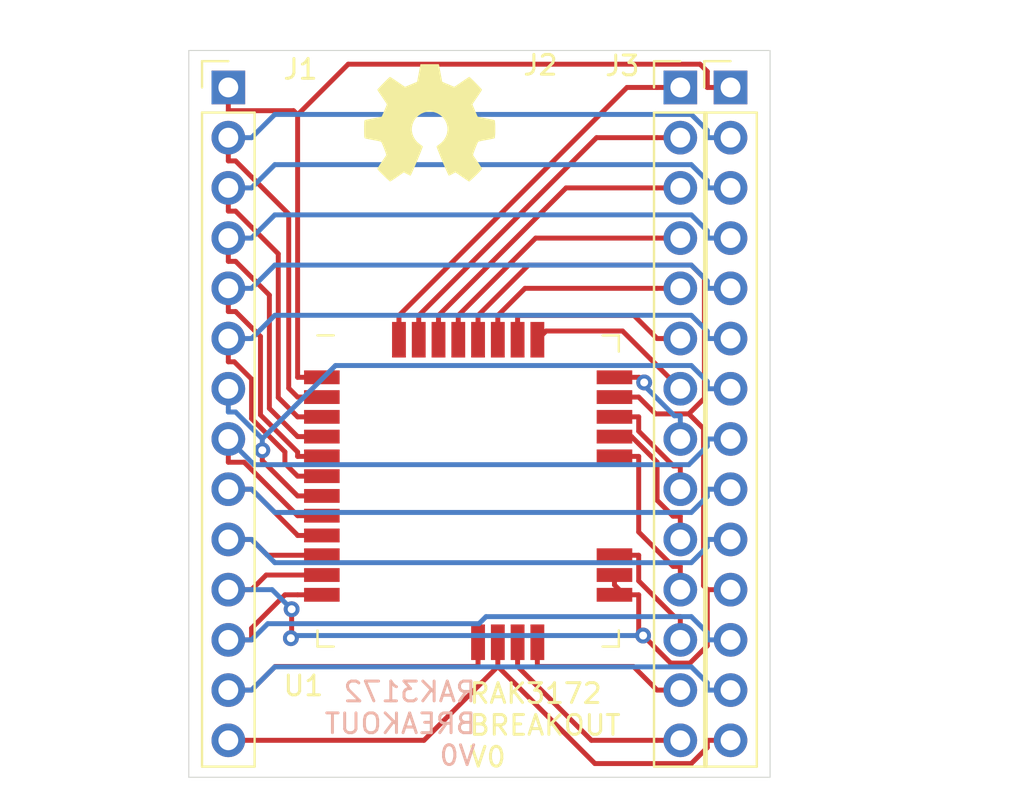
<source format=kicad_pcb>
(kicad_pcb (version 20171130) (host pcbnew 5.1.5+dfsg1-2build2)

  (general
    (thickness 1.6)
    (drawings 6)
    (tracks 244)
    (zones 0)
    (modules 5)
    (nets 29)
  )

  (page A4)
  (title_block
    (title RAK3172_BREAKBOARD)
  )

  (layers
    (0 F.Cu signal)
    (31 B.Cu signal)
    (32 B.Adhes user)
    (33 F.Adhes user)
    (34 B.Paste user)
    (35 F.Paste user)
    (36 B.SilkS user)
    (37 F.SilkS user)
    (38 B.Mask user)
    (39 F.Mask user)
    (40 Dwgs.User user)
    (41 Cmts.User user)
    (42 Eco1.User user)
    (43 Eco2.User user)
    (44 Edge.Cuts user)
    (45 Margin user)
    (46 B.CrtYd user)
    (47 F.CrtYd user)
    (48 B.Fab user)
    (49 F.Fab user)
  )

  (setup
    (last_trace_width 0.25)
    (trace_clearance 0.2)
    (zone_clearance 0.508)
    (zone_45_only no)
    (trace_min 0.2)
    (via_size 0.8)
    (via_drill 0.4)
    (via_min_size 0.4)
    (via_min_drill 0.3)
    (uvia_size 0.3)
    (uvia_drill 0.1)
    (uvias_allowed no)
    (uvia_min_size 0.2)
    (uvia_min_drill 0.1)
    (edge_width 0.05)
    (segment_width 0.2)
    (pcb_text_width 0.3)
    (pcb_text_size 1.5 1.5)
    (mod_edge_width 0.12)
    (mod_text_size 1 1)
    (mod_text_width 0.15)
    (pad_size 1.524 1.524)
    (pad_drill 0.762)
    (pad_to_mask_clearance 0.051)
    (solder_mask_min_width 0.25)
    (aux_axis_origin 0 0)
    (visible_elements FFFFFF7F)
    (pcbplotparams
      (layerselection 0x010f0_ffffffff)
      (usegerberextensions false)
      (usegerberattributes false)
      (usegerberadvancedattributes false)
      (creategerberjobfile false)
      (excludeedgelayer true)
      (linewidth 0.100000)
      (plotframeref false)
      (viasonmask false)
      (mode 1)
      (useauxorigin false)
      (hpglpennumber 1)
      (hpglpenspeed 20)
      (hpglpendiameter 15.000000)
      (psnegative false)
      (psa4output false)
      (plotreference true)
      (plotvalue true)
      (plotinvisibletext false)
      (padsonsilk false)
      (subtractmaskfromsilk false)
      (outputformat 1)
      (mirror false)
      (drillshape 0)
      (scaleselection 1)
      (outputdirectory "gerber/single/"))
  )

  (net 0 "")
  (net 1 /ICPIN02)
  (net 2 /ICPIN01)
  (net 3 /ICPIN22)
  (net 4 /ICPIN21)
  (net 5 /ICPIN20)
  (net 6 /ICPIN19)
  (net 7 /ICPIN16)
  (net 8 /ICPIN15)
  (net 9 /ICPIN13)
  (net 10 /ICPIN12)
  (net 11 /ICPIN11)
  (net 12 /ICPIN10)
  (net 13 /ICPIN09)
  (net 14 /ICPIN08)
  (net 15 /ICPIN07)
  (net 16 /ICPIN06)
  (net 17 /ICPIN05)
  (net 18 /ICPIN04)
  (net 19 /ICPIN03)
  (net 20 /ICPIN24)
  (net 21 /ICPIN25)
  (net 22 /ICPIN26)
  (net 23 /ICPIN27)
  (net 24 /ICPIN29)
  (net 25 /ICPIN30)
  (net 26 /ICPIN31)
  (net 27 /ICPIN32)
  (net 28 /ICPIN14)

  (net_class Default "This is the default net class."
    (clearance 0.2)
    (trace_width 0.25)
    (via_dia 0.8)
    (via_drill 0.4)
    (uvia_dia 0.3)
    (uvia_drill 0.1)
    (add_net /ICPIN01)
    (add_net /ICPIN02)
    (add_net /ICPIN03)
    (add_net /ICPIN04)
    (add_net /ICPIN05)
    (add_net /ICPIN06)
    (add_net /ICPIN07)
    (add_net /ICPIN08)
    (add_net /ICPIN09)
    (add_net /ICPIN10)
    (add_net /ICPIN11)
    (add_net /ICPIN12)
    (add_net /ICPIN13)
    (add_net /ICPIN14)
    (add_net /ICPIN15)
    (add_net /ICPIN16)
    (add_net /ICPIN19)
    (add_net /ICPIN20)
    (add_net /ICPIN21)
    (add_net /ICPIN22)
    (add_net /ICPIN24)
    (add_net /ICPIN25)
    (add_net /ICPIN26)
    (add_net /ICPIN27)
    (add_net /ICPIN29)
    (add_net /ICPIN30)
    (add_net /ICPIN31)
    (add_net /ICPIN32)
  )

  (module RAKWIRELESS:RAK3172 (layer F.Cu) (tedit 621EFB45) (tstamp 621FB1C2)
    (at 64.13 72.28)
    (descr "RAK3712 LPWAN Module https://site-file.fomillesite.com/1260815565112336386/1427562149389201410.pdf")
    (tags "LoRa LoRaWAN RAK3712")
    (path /621FD6BE)
    (attr smd)
    (fp_text reference U1 (at -8.33128 9.85344) (layer F.SilkS)
      (effects (font (size 1 1) (thickness 0.15)))
    )
    (fp_text value RAK3172 (at 0 10.16) (layer F.Fab)
      (effects (font (size 1 1) (thickness 0.15)))
    )
    (fp_line (start 8.55 8.8) (end -8.55 8.8) (layer F.CrtYd) (width 0.05))
    (fp_line (start 8.55 -8.8) (end -8.55 -8.8) (layer F.CrtYd) (width 0.05))
    (fp_line (start -8.55 -8.8) (end -8.55 8.8) (layer F.CrtYd) (width 0.05))
    (fp_line (start 8.55 -8.8) (end 8.55 8.8) (layer F.CrtYd) (width 0.05))
    (fp_line (start -7.62 -7.87) (end -6.8 -7.87) (layer F.SilkS) (width 0.12))
    (fp_line (start 7.62 -7.05) (end 7.62 -7.87) (layer F.SilkS) (width 0.12))
    (fp_line (start 7.62 -7.87) (end 6.8 -7.87) (layer F.SilkS) (width 0.12))
    (fp_line (start -7.62 7.05) (end -7.62 7.87) (layer F.SilkS) (width 0.12))
    (fp_line (start -6.8 7.87) (end -7.62 7.87) (layer F.SilkS) (width 0.12))
    (fp_line (start 7.62 7.05) (end 7.62 7.87) (layer F.SilkS) (width 0.12))
    (fp_line (start 6.8 7.87) (end 7.62 7.87) (layer F.SilkS) (width 0.12))
    (fp_line (start -6.8 -7.75) (end 7.5 -7.75) (layer F.Fab) (width 0.1))
    (fp_line (start -7.5 7.75) (end 7.5 7.75) (layer F.Fab) (width 0.1))
    (fp_line (start 7.5 -7.75) (end 7.5 7.75) (layer F.Fab) (width 0.1))
    (fp_line (start -7.5 -7.05) (end -7.5 7.75) (layer F.Fab) (width 0.1))
    (fp_line (start -7.5 -7.05) (end -6.8 -7.75) (layer F.Fab) (width 0.1))
    (fp_text user %R (at 0 0) (layer F.Fab)
      (effects (font (size 1 1) (thickness 0.15)))
    )
    (pad 25 smd rect (at 3.5 -7.65 270) (size 1.8 0.7) (layers F.Cu F.Paste F.Mask)
      (net 21 /ICPIN25))
    (pad 26 smd rect (at 2.5 -7.65 270) (size 1.8 0.7) (layers F.Cu F.Paste F.Mask)
      (net 22 /ICPIN26))
    (pad 27 smd rect (at 1.5 -7.65 270) (size 1.8 0.7) (layers F.Cu F.Paste F.Mask)
      (net 23 /ICPIN27))
    (pad 28 smd rect (at 0.5 -7.65 270) (size 1.8 0.7) (layers F.Cu F.Paste F.Mask)
      (net 11 /ICPIN11))
    (pad 29 smd rect (at -0.5 -7.65 270) (size 1.8 0.7) (layers F.Cu F.Paste F.Mask)
      (net 24 /ICPIN29))
    (pad 30 smd rect (at -1.5 -7.65 270) (size 1.8 0.7) (layers F.Cu F.Paste F.Mask)
      (net 25 /ICPIN30))
    (pad 31 smd rect (at -2.5 -7.65 270) (size 1.8 0.7) (layers F.Cu F.Paste F.Mask)
      (net 26 /ICPIN31))
    (pad 32 smd rect (at -3.5 -7.65 270) (size 1.8 0.7) (layers F.Cu F.Paste F.Mask)
      (net 27 /ICPIN32))
    (pad 24 smd rect (at 7.4 -5.75) (size 1.8 0.7) (layers F.Cu F.Paste F.Mask)
      (net 20 /ICPIN24))
    (pad 23 smd rect (at 7.4 -4.75) (size 1.8 0.7) (layers F.Cu F.Paste F.Mask)
      (net 11 /ICPIN11))
    (pad 22 smd rect (at 7.4 -3.75) (size 1.8 0.7) (layers F.Cu F.Paste F.Mask)
      (net 3 /ICPIN22))
    (pad 21 smd rect (at 7.4 -2.75) (size 1.8 0.7) (layers F.Cu F.Paste F.Mask)
      (net 4 /ICPIN21))
    (pad 20 smd rect (at 7.4 -1.75) (size 1.8 0.7) (layers F.Cu F.Paste F.Mask)
      (net 5 /ICPIN20))
    (pad 19 smd rect (at 7.4 3.25) (size 1.8 0.7) (layers F.Cu F.Paste F.Mask)
      (net 6 /ICPIN19))
    (pad 18 smd rect (at 7.4 4.25) (size 1.8 0.7) (layers F.Cu F.Paste F.Mask)
      (net 11 /ICPIN11))
    (pad 17 smd rect (at 7.4 5.25) (size 1.8 0.7) (layers F.Cu F.Paste F.Mask)
      (net 11 /ICPIN11))
    (pad 12 smd rect (at -7.4 5.25) (size 1.8 0.7) (layers F.Cu F.Paste F.Mask)
      (net 10 /ICPIN12))
    (pad 11 smd rect (at -7.4 4.25) (size 1.8 0.7) (layers F.Cu F.Paste F.Mask)
      (net 11 /ICPIN11))
    (pad 10 smd rect (at -7.4 3.25) (size 1.8 0.7) (layers F.Cu F.Paste F.Mask)
      (net 12 /ICPIN10))
    (pad 9 smd rect (at -7.4 2.25) (size 1.8 0.7) (layers F.Cu F.Paste F.Mask)
      (net 13 /ICPIN09))
    (pad 3 smd rect (at -7.4 -3.75) (size 1.8 0.7) (layers F.Cu F.Paste F.Mask)
      (net 19 /ICPIN03))
    (pad 4 smd rect (at -7.4 -2.75) (size 1.8 0.7) (layers F.Cu F.Paste F.Mask)
      (net 18 /ICPIN04))
    (pad 5 smd rect (at -7.4 -1.75) (size 1.8 0.7) (layers F.Cu F.Paste F.Mask)
      (net 17 /ICPIN05))
    (pad 6 smd rect (at -7.4 -0.75) (size 1.8 0.7) (layers F.Cu F.Paste F.Mask)
      (net 16 /ICPIN06))
    (pad 16 smd rect (at 3.5 7.65 90) (size 1.8 0.7) (layers F.Cu F.Paste F.Mask)
      (net 7 /ICPIN16))
    (pad 2 smd rect (at -7.4 -4.75) (size 1.8 0.7) (layers F.Cu F.Paste F.Mask)
      (net 1 /ICPIN02))
    (pad 1 smd rect (at -7.4 -5.75) (size 1.8 0.7) (layers F.Cu F.Paste F.Mask)
      (net 2 /ICPIN01))
    (pad 15 smd rect (at 2.5 7.65 90) (size 1.8 0.7) (layers F.Cu F.Paste F.Mask)
      (net 8 /ICPIN15))
    (pad 14 smd rect (at 1.5 7.65 90) (size 1.8 0.7) (layers F.Cu F.Paste F.Mask)
      (net 28 /ICPIN14))
    (pad 13 smd rect (at 0.5 7.65 270) (size 1.8 0.7) (layers F.Cu F.Paste F.Mask)
      (net 9 /ICPIN13))
    (pad 8 smd rect (at -7.4 1.25) (size 1.8 0.7) (layers F.Cu F.Paste F.Mask)
      (net 14 /ICPIN08))
    (pad 7 smd rect (at -7.4 0.25) (size 1.8 0.7) (layers F.Cu F.Paste F.Mask)
      (net 15 /ICPIN07))
    (model ${KISYS3DMOD}/RF_Module.3dshapes/RAK3712.wrl
      (at (xyz 0 0 0))
      (scale (xyz 1 1 1))
      (rotate (xyz 0 0 0))
    )
  )

  (module Connector_PinHeader_2.54mm:PinHeader_1x14_P2.54mm_Vertical (layer F.Cu) (tedit 59FED5CC) (tstamp 621F5E7E)
    (at 77.4 51.87)
    (descr "Through hole straight pin header, 1x14, 2.54mm pitch, single row")
    (tags "Through hole pin header THT 1x14 2.54mm single row")
    (path /621F6CCC)
    (fp_text reference J3 (at -5.47228 -1.0954) (layer F.SilkS)
      (effects (font (size 1 1) (thickness 0.15)))
    )
    (fp_text value Conn_01x14_Male (at 0 35.35) (layer F.Fab)
      (effects (font (size 1 1) (thickness 0.15)))
    )
    (fp_text user %R (at 0 16.51 90) (layer F.Fab)
      (effects (font (size 1 1) (thickness 0.15)))
    )
    (fp_line (start 1.8 -1.8) (end -1.8 -1.8) (layer F.CrtYd) (width 0.05))
    (fp_line (start 1.8 34.8) (end 1.8 -1.8) (layer F.CrtYd) (width 0.05))
    (fp_line (start -1.8 34.8) (end 1.8 34.8) (layer F.CrtYd) (width 0.05))
    (fp_line (start -1.8 -1.8) (end -1.8 34.8) (layer F.CrtYd) (width 0.05))
    (fp_line (start -1.33 -1.33) (end 0 -1.33) (layer F.SilkS) (width 0.12))
    (fp_line (start -1.33 0) (end -1.33 -1.33) (layer F.SilkS) (width 0.12))
    (fp_line (start -1.33 1.27) (end 1.33 1.27) (layer F.SilkS) (width 0.12))
    (fp_line (start 1.33 1.27) (end 1.33 34.35) (layer F.SilkS) (width 0.12))
    (fp_line (start -1.33 1.27) (end -1.33 34.35) (layer F.SilkS) (width 0.12))
    (fp_line (start -1.33 34.35) (end 1.33 34.35) (layer F.SilkS) (width 0.12))
    (fp_line (start -1.27 -0.635) (end -0.635 -1.27) (layer F.Fab) (width 0.1))
    (fp_line (start -1.27 34.29) (end -1.27 -0.635) (layer F.Fab) (width 0.1))
    (fp_line (start 1.27 34.29) (end -1.27 34.29) (layer F.Fab) (width 0.1))
    (fp_line (start 1.27 -1.27) (end 1.27 34.29) (layer F.Fab) (width 0.1))
    (fp_line (start -0.635 -1.27) (end 1.27 -1.27) (layer F.Fab) (width 0.1))
    (pad 14 thru_hole oval (at 0 33.02) (size 1.7 1.7) (drill 1) (layers *.Cu *.Mask)
      (net 28 /ICPIN14))
    (pad 13 thru_hole oval (at 0 30.48) (size 1.7 1.7) (drill 1) (layers *.Cu *.Mask)
      (net 9 /ICPIN13))
    (pad 12 thru_hole oval (at 0 27.94) (size 1.7 1.7) (drill 1) (layers *.Cu *.Mask)
      (net 10 /ICPIN12))
    (pad 11 thru_hole oval (at 0 25.4) (size 1.7 1.7) (drill 1) (layers *.Cu *.Mask)
      (net 11 /ICPIN11))
    (pad 10 thru_hole oval (at 0 22.86) (size 1.7 1.7) (drill 1) (layers *.Cu *.Mask)
      (net 12 /ICPIN10))
    (pad 9 thru_hole oval (at 0 20.32) (size 1.7 1.7) (drill 1) (layers *.Cu *.Mask)
      (net 13 /ICPIN09))
    (pad 8 thru_hole oval (at 0 17.78) (size 1.7 1.7) (drill 1) (layers *.Cu *.Mask)
      (net 14 /ICPIN08))
    (pad 7 thru_hole oval (at 0 15.24) (size 1.7 1.7) (drill 1) (layers *.Cu *.Mask)
      (net 15 /ICPIN07))
    (pad 6 thru_hole oval (at 0 12.7) (size 1.7 1.7) (drill 1) (layers *.Cu *.Mask)
      (net 16 /ICPIN06))
    (pad 5 thru_hole oval (at 0 10.16) (size 1.7 1.7) (drill 1) (layers *.Cu *.Mask)
      (net 17 /ICPIN05))
    (pad 4 thru_hole oval (at 0 7.62) (size 1.7 1.7) (drill 1) (layers *.Cu *.Mask)
      (net 18 /ICPIN04))
    (pad 3 thru_hole oval (at 0 5.08) (size 1.7 1.7) (drill 1) (layers *.Cu *.Mask)
      (net 19 /ICPIN03))
    (pad 2 thru_hole oval (at 0 2.54) (size 1.7 1.7) (drill 1) (layers *.Cu *.Mask)
      (net 1 /ICPIN02))
    (pad 1 thru_hole rect (at 0 0) (size 1.7 1.7) (drill 1) (layers *.Cu *.Mask)
      (net 2 /ICPIN01))
    (model ${KISYS3DMOD}/Connector_PinHeader_2.54mm.3dshapes/PinHeader_1x14_P2.54mm_Vertical.wrl
      (at (xyz 0 0 0))
      (scale (xyz 1 1 1))
      (rotate (xyz 0 0 0))
    )
  )

  (module Connector_PinHeader_2.54mm:PinHeader_1x14_P2.54mm_Vertical (layer F.Cu) (tedit 59FED5CC) (tstamp 621F5440)
    (at 74.86 51.87)
    (descr "Through hole straight pin header, 1x14, 2.54mm pitch, single row")
    (tags "Through hole pin header THT 1x14 2.54mm single row")
    (path /621FB759)
    (fp_text reference J2 (at -7.07248 -1.12588) (layer F.SilkS)
      (effects (font (size 1 1) (thickness 0.15)))
    )
    (fp_text value Conn_01x14_Male (at 0 35.35) (layer F.Fab)
      (effects (font (size 1 1) (thickness 0.15)))
    )
    (fp_text user %R (at 0 16.51 90) (layer F.Fab)
      (effects (font (size 1 1) (thickness 0.15)))
    )
    (fp_line (start 1.8 -1.8) (end -1.8 -1.8) (layer F.CrtYd) (width 0.05))
    (fp_line (start 1.8 34.8) (end 1.8 -1.8) (layer F.CrtYd) (width 0.05))
    (fp_line (start -1.8 34.8) (end 1.8 34.8) (layer F.CrtYd) (width 0.05))
    (fp_line (start -1.8 -1.8) (end -1.8 34.8) (layer F.CrtYd) (width 0.05))
    (fp_line (start -1.33 -1.33) (end 0 -1.33) (layer F.SilkS) (width 0.12))
    (fp_line (start -1.33 0) (end -1.33 -1.33) (layer F.SilkS) (width 0.12))
    (fp_line (start -1.33 1.27) (end 1.33 1.27) (layer F.SilkS) (width 0.12))
    (fp_line (start 1.33 1.27) (end 1.33 34.35) (layer F.SilkS) (width 0.12))
    (fp_line (start -1.33 1.27) (end -1.33 34.35) (layer F.SilkS) (width 0.12))
    (fp_line (start -1.33 34.35) (end 1.33 34.35) (layer F.SilkS) (width 0.12))
    (fp_line (start -1.27 -0.635) (end -0.635 -1.27) (layer F.Fab) (width 0.1))
    (fp_line (start -1.27 34.29) (end -1.27 -0.635) (layer F.Fab) (width 0.1))
    (fp_line (start 1.27 34.29) (end -1.27 34.29) (layer F.Fab) (width 0.1))
    (fp_line (start 1.27 -1.27) (end 1.27 34.29) (layer F.Fab) (width 0.1))
    (fp_line (start -0.635 -1.27) (end 1.27 -1.27) (layer F.Fab) (width 0.1))
    (pad 14 thru_hole oval (at 0 33.02) (size 1.7 1.7) (drill 1) (layers *.Cu *.Mask)
      (net 8 /ICPIN15))
    (pad 13 thru_hole oval (at 0 30.48) (size 1.7 1.7) (drill 1) (layers *.Cu *.Mask)
      (net 7 /ICPIN16))
    (pad 12 thru_hole oval (at 0 27.94) (size 1.7 1.7) (drill 1) (layers *.Cu *.Mask)
      (net 6 /ICPIN19))
    (pad 11 thru_hole oval (at 0 25.4) (size 1.7 1.7) (drill 1) (layers *.Cu *.Mask)
      (net 5 /ICPIN20))
    (pad 10 thru_hole oval (at 0 22.86) (size 1.7 1.7) (drill 1) (layers *.Cu *.Mask)
      (net 4 /ICPIN21))
    (pad 9 thru_hole oval (at 0 20.32) (size 1.7 1.7) (drill 1) (layers *.Cu *.Mask)
      (net 3 /ICPIN22))
    (pad 8 thru_hole oval (at 0 17.78) (size 1.7 1.7) (drill 1) (layers *.Cu *.Mask)
      (net 20 /ICPIN24))
    (pad 7 thru_hole oval (at 0 15.24) (size 1.7 1.7) (drill 1) (layers *.Cu *.Mask)
      (net 21 /ICPIN25))
    (pad 6 thru_hole oval (at 0 12.7) (size 1.7 1.7) (drill 1) (layers *.Cu *.Mask)
      (net 22 /ICPIN26))
    (pad 5 thru_hole oval (at 0 10.16) (size 1.7 1.7) (drill 1) (layers *.Cu *.Mask)
      (net 23 /ICPIN27))
    (pad 4 thru_hole oval (at 0 7.62) (size 1.7 1.7) (drill 1) (layers *.Cu *.Mask)
      (net 24 /ICPIN29))
    (pad 3 thru_hole oval (at 0 5.08) (size 1.7 1.7) (drill 1) (layers *.Cu *.Mask)
      (net 25 /ICPIN30))
    (pad 2 thru_hole oval (at 0 2.54) (size 1.7 1.7) (drill 1) (layers *.Cu *.Mask)
      (net 26 /ICPIN31))
    (pad 1 thru_hole rect (at 0 0) (size 1.7 1.7) (drill 1) (layers *.Cu *.Mask)
      (net 27 /ICPIN32))
    (model ${KISYS3DMOD}/Connector_PinHeader_2.54mm.3dshapes/PinHeader_1x14_P2.54mm_Vertical.wrl
      (at (xyz 0 0 0))
      (scale (xyz 1 1 1))
      (rotate (xyz 0 0 0))
    )
  )

  (module Connector_PinHeader_2.54mm:PinHeader_1x14_P2.54mm_Vertical (layer F.Cu) (tedit 59FED5CC) (tstamp 621F541E)
    (at 52 51.87)
    (descr "Through hole straight pin header, 1x14, 2.54mm pitch, single row")
    (tags "Through hole pin header THT 1x14 2.54mm single row")
    (path /621F2722)
    (fp_text reference J1 (at 3.6514 -0.9176) (layer F.SilkS)
      (effects (font (size 1 1) (thickness 0.15)))
    )
    (fp_text value Conn_01x14_Male (at 0 35.35) (layer F.Fab)
      (effects (font (size 1 1) (thickness 0.15)))
    )
    (fp_text user %R (at 0 16.51 90) (layer F.Fab)
      (effects (font (size 1 1) (thickness 0.15)))
    )
    (fp_line (start 1.8 -1.8) (end -1.8 -1.8) (layer F.CrtYd) (width 0.05))
    (fp_line (start 1.8 34.8) (end 1.8 -1.8) (layer F.CrtYd) (width 0.05))
    (fp_line (start -1.8 34.8) (end 1.8 34.8) (layer F.CrtYd) (width 0.05))
    (fp_line (start -1.8 -1.8) (end -1.8 34.8) (layer F.CrtYd) (width 0.05))
    (fp_line (start -1.33 -1.33) (end 0 -1.33) (layer F.SilkS) (width 0.12))
    (fp_line (start -1.33 0) (end -1.33 -1.33) (layer F.SilkS) (width 0.12))
    (fp_line (start -1.33 1.27) (end 1.33 1.27) (layer F.SilkS) (width 0.12))
    (fp_line (start 1.33 1.27) (end 1.33 34.35) (layer F.SilkS) (width 0.12))
    (fp_line (start -1.33 1.27) (end -1.33 34.35) (layer F.SilkS) (width 0.12))
    (fp_line (start -1.33 34.35) (end 1.33 34.35) (layer F.SilkS) (width 0.12))
    (fp_line (start -1.27 -0.635) (end -0.635 -1.27) (layer F.Fab) (width 0.1))
    (fp_line (start -1.27 34.29) (end -1.27 -0.635) (layer F.Fab) (width 0.1))
    (fp_line (start 1.27 34.29) (end -1.27 34.29) (layer F.Fab) (width 0.1))
    (fp_line (start 1.27 -1.27) (end 1.27 34.29) (layer F.Fab) (width 0.1))
    (fp_line (start -0.635 -1.27) (end 1.27 -1.27) (layer F.Fab) (width 0.1))
    (pad 14 thru_hole oval (at 0 33.02) (size 1.7 1.7) (drill 1) (layers *.Cu *.Mask)
      (net 28 /ICPIN14))
    (pad 13 thru_hole oval (at 0 30.48) (size 1.7 1.7) (drill 1) (layers *.Cu *.Mask)
      (net 9 /ICPIN13))
    (pad 12 thru_hole oval (at 0 27.94) (size 1.7 1.7) (drill 1) (layers *.Cu *.Mask)
      (net 10 /ICPIN12))
    (pad 11 thru_hole oval (at 0 25.4) (size 1.7 1.7) (drill 1) (layers *.Cu *.Mask)
      (net 11 /ICPIN11))
    (pad 10 thru_hole oval (at 0 22.86) (size 1.7 1.7) (drill 1) (layers *.Cu *.Mask)
      (net 12 /ICPIN10))
    (pad 9 thru_hole oval (at 0 20.32) (size 1.7 1.7) (drill 1) (layers *.Cu *.Mask)
      (net 13 /ICPIN09))
    (pad 8 thru_hole oval (at 0 17.78) (size 1.7 1.7) (drill 1) (layers *.Cu *.Mask)
      (net 14 /ICPIN08))
    (pad 7 thru_hole oval (at 0 15.24) (size 1.7 1.7) (drill 1) (layers *.Cu *.Mask)
      (net 15 /ICPIN07))
    (pad 6 thru_hole oval (at 0 12.7) (size 1.7 1.7) (drill 1) (layers *.Cu *.Mask)
      (net 16 /ICPIN06))
    (pad 5 thru_hole oval (at 0 10.16) (size 1.7 1.7) (drill 1) (layers *.Cu *.Mask)
      (net 17 /ICPIN05))
    (pad 4 thru_hole oval (at 0 7.62) (size 1.7 1.7) (drill 1) (layers *.Cu *.Mask)
      (net 18 /ICPIN04))
    (pad 3 thru_hole oval (at 0 5.08) (size 1.7 1.7) (drill 1) (layers *.Cu *.Mask)
      (net 19 /ICPIN03))
    (pad 2 thru_hole oval (at 0 2.54) (size 1.7 1.7) (drill 1) (layers *.Cu *.Mask)
      (net 1 /ICPIN02))
    (pad 1 thru_hole rect (at 0 0) (size 1.7 1.7) (drill 1) (layers *.Cu *.Mask)
      (net 2 /ICPIN01))
    (model ${KISYS3DMOD}/Connector_PinHeader_2.54mm.3dshapes/PinHeader_1x14_P2.54mm_Vertical.wrl
      (at (xyz 0 0 0))
      (scale (xyz 1 1 1))
      (rotate (xyz 0 0 0))
    )
  )

  (module Symbol:OSHW-Symbol_6.7x6mm_SilkScreen (layer F.Cu) (tedit 0) (tstamp 61FB43E1)
    (at 62.17412 53.67528)
    (descr "Open Source Hardware Symbol")
    (tags "Logo Symbol OSHW")
    (attr virtual)
    (fp_text reference REF** (at 0 0) (layer F.SilkS) hide
      (effects (font (size 1 1) (thickness 0.15)))
    )
    (fp_text value OSHW-Symbol_6.7x6mm_SilkScreen (at 0.75 0) (layer F.Fab) hide
      (effects (font (size 1 1) (thickness 0.15)))
    )
    (fp_poly (pts (xy 0.555814 -2.531069) (xy 0.639635 -2.086445) (xy 0.94892 -1.958947) (xy 1.258206 -1.831449)
      (xy 1.629246 -2.083754) (xy 1.733157 -2.154004) (xy 1.827087 -2.216728) (xy 1.906652 -2.269062)
      (xy 1.96747 -2.308143) (xy 2.005157 -2.331107) (xy 2.015421 -2.336058) (xy 2.03391 -2.323324)
      (xy 2.07342 -2.288118) (xy 2.129522 -2.234938) (xy 2.197787 -2.168282) (xy 2.273786 -2.092646)
      (xy 2.353092 -2.012528) (xy 2.431275 -1.932426) (xy 2.503907 -1.856836) (xy 2.566559 -1.790255)
      (xy 2.614803 -1.737182) (xy 2.64421 -1.702113) (xy 2.651241 -1.690377) (xy 2.641123 -1.66874)
      (xy 2.612759 -1.621338) (xy 2.569129 -1.552807) (xy 2.513218 -1.467785) (xy 2.448006 -1.370907)
      (xy 2.410219 -1.31565) (xy 2.341343 -1.214752) (xy 2.28014 -1.123701) (xy 2.229578 -1.04703)
      (xy 2.192628 -0.989272) (xy 2.172258 -0.954957) (xy 2.169197 -0.947746) (xy 2.176136 -0.927252)
      (xy 2.195051 -0.879487) (xy 2.223087 -0.811168) (xy 2.257391 -0.729011) (xy 2.295109 -0.63973)
      (xy 2.333387 -0.550042) (xy 2.36937 -0.466662) (xy 2.400206 -0.396306) (xy 2.423039 -0.34569)
      (xy 2.435017 -0.321529) (xy 2.435724 -0.320578) (xy 2.454531 -0.315964) (xy 2.504618 -0.305672)
      (xy 2.580793 -0.290713) (xy 2.677865 -0.272099) (xy 2.790643 -0.250841) (xy 2.856442 -0.238582)
      (xy 2.97695 -0.215638) (xy 3.085797 -0.193805) (xy 3.177476 -0.174278) (xy 3.246481 -0.158252)
      (xy 3.287304 -0.146921) (xy 3.295511 -0.143326) (xy 3.303548 -0.118994) (xy 3.310033 -0.064041)
      (xy 3.31497 0.015108) (xy 3.318364 0.112026) (xy 3.320218 0.220287) (xy 3.320538 0.333465)
      (xy 3.319327 0.445135) (xy 3.31659 0.548868) (xy 3.312331 0.638241) (xy 3.306555 0.706826)
      (xy 3.299267 0.748197) (xy 3.294895 0.75681) (xy 3.268764 0.767133) (xy 3.213393 0.781892)
      (xy 3.136107 0.799352) (xy 3.04423 0.81778) (xy 3.012158 0.823741) (xy 2.857524 0.852066)
      (xy 2.735375 0.874876) (xy 2.641673 0.89308) (xy 2.572384 0.907583) (xy 2.523471 0.919292)
      (xy 2.490897 0.929115) (xy 2.470628 0.937956) (xy 2.458626 0.946724) (xy 2.456947 0.948457)
      (xy 2.440184 0.976371) (xy 2.414614 1.030695) (xy 2.382788 1.104777) (xy 2.34726 1.191965)
      (xy 2.310583 1.285608) (xy 2.275311 1.379052) (xy 2.243996 1.465647) (xy 2.219193 1.53874)
      (xy 2.203454 1.591678) (xy 2.199332 1.617811) (xy 2.199676 1.618726) (xy 2.213641 1.640086)
      (xy 2.245322 1.687084) (xy 2.291391 1.754827) (xy 2.348518 1.838423) (xy 2.413373 1.932982)
      (xy 2.431843 1.959854) (xy 2.497699 2.057275) (xy 2.55565 2.146163) (xy 2.602538 2.221412)
      (xy 2.635207 2.27792) (xy 2.6505 2.310581) (xy 2.651241 2.314593) (xy 2.638392 2.335684)
      (xy 2.602888 2.377464) (xy 2.549293 2.435445) (xy 2.482171 2.505135) (xy 2.406087 2.582045)
      (xy 2.325604 2.661683) (xy 2.245287 2.739561) (xy 2.169699 2.811186) (xy 2.103405 2.87207)
      (xy 2.050969 2.917721) (xy 2.016955 2.94365) (xy 2.007545 2.947883) (xy 1.985643 2.937912)
      (xy 1.9408 2.91102) (xy 1.880321 2.871736) (xy 1.833789 2.840117) (xy 1.749475 2.782098)
      (xy 1.649626 2.713784) (xy 1.549473 2.645579) (xy 1.495627 2.609075) (xy 1.313371 2.4858)
      (xy 1.160381 2.56852) (xy 1.090682 2.604759) (xy 1.031414 2.632926) (xy 0.991311 2.648991)
      (xy 0.981103 2.651226) (xy 0.968829 2.634722) (xy 0.944613 2.588082) (xy 0.910263 2.515609)
      (xy 0.867588 2.421606) (xy 0.818394 2.310374) (xy 0.76449 2.186215) (xy 0.707684 2.053432)
      (xy 0.649782 1.916327) (xy 0.592593 1.779202) (xy 0.537924 1.646358) (xy 0.487584 1.522098)
      (xy 0.44338 1.410725) (xy 0.407119 1.316539) (xy 0.380609 1.243844) (xy 0.365658 1.196941)
      (xy 0.363254 1.180833) (xy 0.382311 1.160286) (xy 0.424036 1.126933) (xy 0.479706 1.087702)
      (xy 0.484378 1.084599) (xy 0.628264 0.969423) (xy 0.744283 0.835053) (xy 0.83143 0.685784)
      (xy 0.888699 0.525913) (xy 0.915086 0.359737) (xy 0.909585 0.191552) (xy 0.87119 0.025655)
      (xy 0.798895 -0.133658) (xy 0.777626 -0.168513) (xy 0.666996 -0.309263) (xy 0.536302 -0.422286)
      (xy 0.390064 -0.506997) (xy 0.232808 -0.562806) (xy 0.069057 -0.589126) (xy -0.096667 -0.58537)
      (xy -0.259838 -0.55095) (xy -0.415935 -0.485277) (xy -0.560433 -0.387765) (xy -0.605131 -0.348187)
      (xy -0.718888 -0.224297) (xy -0.801782 -0.093876) (xy -0.858644 0.052315) (xy -0.890313 0.197088)
      (xy -0.898131 0.35986) (xy -0.872062 0.52344) (xy -0.814755 0.682298) (xy -0.728856 0.830906)
      (xy -0.617014 0.963735) (xy -0.481877 1.075256) (xy -0.464117 1.087011) (xy -0.40785 1.125508)
      (xy -0.365077 1.158863) (xy -0.344628 1.18016) (xy -0.344331 1.180833) (xy -0.348721 1.203871)
      (xy -0.366124 1.256157) (xy -0.394732 1.33339) (xy -0.432735 1.431268) (xy -0.478326 1.545491)
      (xy -0.529697 1.671758) (xy -0.585038 1.805767) (xy -0.642542 1.943218) (xy -0.700399 2.079808)
      (xy -0.756802 2.211237) (xy -0.809942 2.333205) (xy -0.85801 2.441409) (xy -0.899199 2.531549)
      (xy -0.931699 2.599323) (xy -0.953703 2.64043) (xy -0.962564 2.651226) (xy -0.98964 2.642819)
      (xy -1.040303 2.620272) (xy -1.105817 2.587613) (xy -1.141841 2.56852) (xy -1.294832 2.4858)
      (xy -1.477088 2.609075) (xy -1.570125 2.672228) (xy -1.671985 2.741727) (xy -1.767438 2.807165)
      (xy -1.81525 2.840117) (xy -1.882495 2.885273) (xy -1.939436 2.921057) (xy -1.978646 2.942938)
      (xy -1.991381 2.947563) (xy -2.009917 2.935085) (xy -2.050941 2.900252) (xy -2.110475 2.846678)
      (xy -2.184542 2.777983) (xy -2.269165 2.697781) (xy -2.322685 2.646286) (xy -2.416319 2.554286)
      (xy -2.497241 2.471999) (xy -2.562177 2.402945) (xy -2.607858 2.350644) (xy -2.631011 2.318616)
      (xy -2.633232 2.312116) (xy -2.622924 2.287394) (xy -2.594439 2.237405) (xy -2.550937 2.167212)
      (xy -2.495577 2.081875) (xy -2.43152 1.986456) (xy -2.413303 1.959854) (xy -2.346927 1.863167)
      (xy -2.287378 1.776117) (xy -2.237984 1.703595) (xy -2.202075 1.650493) (xy -2.182981 1.621703)
      (xy -2.181136 1.618726) (xy -2.183895 1.595782) (xy -2.198538 1.545336) (xy -2.222513 1.474041)
      (xy -2.253266 1.388547) (xy -2.288244 1.295507) (xy -2.324893 1.201574) (xy -2.360661 1.113399)
      (xy -2.392994 1.037634) (xy -2.419338 0.980931) (xy -2.437142 0.949943) (xy -2.438407 0.948457)
      (xy -2.449294 0.939601) (xy -2.467682 0.930843) (xy -2.497606 0.921277) (xy -2.543103 0.909996)
      (xy -2.608209 0.896093) (xy -2.696961 0.878663) (xy -2.813393 0.856798) (xy -2.961542 0.829591)
      (xy -2.993618 0.823741) (xy -3.088686 0.805374) (xy -3.171565 0.787405) (xy -3.23493 0.771569)
      (xy -3.271458 0.7596) (xy -3.276356 0.75681) (xy -3.284427 0.732072) (xy -3.290987 0.67679)
      (xy -3.296033 0.597389) (xy -3.299559 0.500296) (xy -3.301561 0.391938) (xy -3.302036 0.27874)
      (xy -3.300977 0.167128) (xy -3.298382 0.063529) (xy -3.294246 -0.025632) (xy -3.288563 -0.093928)
      (xy -3.281331 -0.134934) (xy -3.276971 -0.143326) (xy -3.252698 -0.151792) (xy -3.197426 -0.165565)
      (xy -3.116662 -0.18345) (xy -3.015912 -0.204252) (xy -2.900683 -0.226777) (xy -2.837902 -0.238582)
      (xy -2.718787 -0.260849) (xy -2.612565 -0.281021) (xy -2.524427 -0.298085) (xy -2.459566 -0.311031)
      (xy -2.423174 -0.318845) (xy -2.417184 -0.320578) (xy -2.407061 -0.34011) (xy -2.385662 -0.387157)
      (xy -2.355839 -0.454997) (xy -2.320445 -0.536909) (xy -2.282332 -0.626172) (xy -2.244353 -0.716065)
      (xy -2.20936 -0.799865) (xy -2.180206 -0.870853) (xy -2.159743 -0.922306) (xy -2.150823 -0.947503)
      (xy -2.150657 -0.948604) (xy -2.160769 -0.968481) (xy -2.189117 -1.014223) (xy -2.232723 -1.081283)
      (xy -2.288606 -1.165116) (xy -2.353787 -1.261174) (xy -2.391679 -1.31635) (xy -2.460725 -1.417519)
      (xy -2.52205 -1.50937) (xy -2.572663 -1.587256) (xy -2.609571 -1.646531) (xy -2.629782 -1.682549)
      (xy -2.632701 -1.690623) (xy -2.620153 -1.709416) (xy -2.585463 -1.749543) (xy -2.533063 -1.806507)
      (xy -2.467384 -1.875815) (xy -2.392856 -1.952969) (xy -2.313913 -2.033475) (xy -2.234983 -2.112837)
      (xy -2.1605 -2.18656) (xy -2.094894 -2.250148) (xy -2.042596 -2.299106) (xy -2.008039 -2.328939)
      (xy -1.996478 -2.336058) (xy -1.977654 -2.326047) (xy -1.932631 -2.297922) (xy -1.865787 -2.254546)
      (xy -1.781499 -2.198782) (xy -1.684144 -2.133494) (xy -1.610707 -2.083754) (xy -1.239667 -1.831449)
      (xy -0.621095 -2.086445) (xy -0.537275 -2.531069) (xy -0.453454 -2.975693) (xy 0.471994 -2.975693)
      (xy 0.555814 -2.531069)) (layer F.SilkS) (width 0.01))
  )

  (gr_text "RAK3172 \nBREAKOUT \nV0" (at 64.60236 84.0486) (layer B.SilkS) (tstamp 61FB46FC)
    (effects (font (size 1 1) (thickness 0.15)) (justify left mirror))
  )
  (gr_text "RAK3172\nBREAKOUT \nV0" (at 64.11468 84.12988) (layer F.SilkS)
    (effects (font (size 1 1) (thickness 0.15)) (justify left))
  )
  (gr_line (start 50 86.76) (end 79.4 86.76) (layer Edge.Cuts) (width 0.05))
  (gr_line (start 50 50) (end 79.4 50) (layer Edge.Cuts) (width 0.05))
  (gr_line (start 79.4 50) (end 79.4 86.76) (layer Edge.Cuts) (width 0.05))
  (gr_line (start 50 50) (end 50 86.76) (layer Edge.Cuts) (width 0.05))

  (segment (start 52 54.41) (end 52 55.5853) (width 0.25) (layer F.Cu) (net 1))
  (segment (start 56.73 67.53) (end 55.5047 67.53) (width 0.25) (layer F.Cu) (net 1))
  (segment (start 55.5047 67.53) (end 55.0543 67.0796) (width 0.25) (layer F.Cu) (net 1))
  (segment (start 55.0543 67.0796) (end 55.0543 58.2723) (width 0.25) (layer F.Cu) (net 1))
  (segment (start 55.0543 58.2723) (end 52.3673 55.5853) (width 0.25) (layer F.Cu) (net 1))
  (segment (start 52.3673 55.5853) (end 52 55.5853) (width 0.25) (layer F.Cu) (net 1))
  (segment (start 77.4 54.41) (end 76.2247 54.41) (width 0.25) (layer B.Cu) (net 1))
  (segment (start 52 54.41) (end 53.1753 54.41) (width 0.25) (layer B.Cu) (net 1))
  (segment (start 53.1753 54.41) (end 54.3506 53.2347) (width 0.25) (layer B.Cu) (net 1))
  (segment (start 54.3506 53.2347) (end 75.4168 53.2347) (width 0.25) (layer B.Cu) (net 1))
  (segment (start 75.4168 53.2347) (end 76.2247 54.0426) (width 0.25) (layer B.Cu) (net 1))
  (segment (start 76.2247 54.0426) (end 76.2247 54.41) (width 0.25) (layer B.Cu) (net 1))
  (segment (start 55.5047 53.2526) (end 58.0626 50.6947) (width 0.25) (layer F.Cu) (net 2))
  (segment (start 58.0626 50.6947) (end 75.8575 50.6947) (width 0.25) (layer F.Cu) (net 2))
  (segment (start 75.8575 50.6947) (end 76.2247 51.0619) (width 0.25) (layer F.Cu) (net 2))
  (segment (start 76.2247 51.0619) (end 76.2247 51.87) (width 0.25) (layer F.Cu) (net 2))
  (segment (start 52 53.0453) (end 55.2974 53.0453) (width 0.25) (layer F.Cu) (net 2))
  (segment (start 55.2974 53.0453) (end 55.5047 53.2526) (width 0.25) (layer F.Cu) (net 2))
  (segment (start 55.5047 66.53) (end 55.5047 53.2526) (width 0.25) (layer F.Cu) (net 2))
  (segment (start 77.4 51.87) (end 76.2247 51.87) (width 0.25) (layer F.Cu) (net 2))
  (segment (start 52 51.87) (end 52 53.0453) (width 0.25) (layer F.Cu) (net 2))
  (segment (start 56.73 66.53) (end 55.5047 66.53) (width 0.25) (layer F.Cu) (net 2))
  (segment (start 71.53 68.53) (end 72.7553 68.53) (width 0.25) (layer F.Cu) (net 3))
  (segment (start 74.86 72.19) (end 74.86 71.0147) (width 0.25) (layer F.Cu) (net 3))
  (segment (start 74.86 71.0147) (end 74.5147 71.0147) (width 0.25) (layer F.Cu) (net 3))
  (segment (start 74.5147 71.0147) (end 72.7553 69.2553) (width 0.25) (layer F.Cu) (net 3))
  (segment (start 72.7553 69.2553) (end 72.7553 68.53) (width 0.25) (layer F.Cu) (net 3))
  (segment (start 74.86 74.73) (end 74.86 73.5547) (width 0.25) (layer F.Cu) (net 4))
  (segment (start 71.53 69.53) (end 72.3931 69.53) (width 0.25) (layer F.Cu) (net 4))
  (segment (start 72.3931 69.53) (end 73.6847 70.8216) (width 0.25) (layer F.Cu) (net 4))
  (segment (start 73.6847 70.8216) (end 73.6847 72.7468) (width 0.25) (layer F.Cu) (net 4))
  (segment (start 73.6847 72.7468) (end 74.4926 73.5547) (width 0.25) (layer F.Cu) (net 4))
  (segment (start 74.4926 73.5547) (end 74.86 73.5547) (width 0.25) (layer F.Cu) (net 4))
  (segment (start 74.86 77.27) (end 74.86 76.0947) (width 0.25) (layer F.Cu) (net 5))
  (segment (start 71.53 70.53) (end 72.7553 70.53) (width 0.25) (layer F.Cu) (net 5))
  (segment (start 72.7553 70.53) (end 72.7553 74.3548) (width 0.25) (layer F.Cu) (net 5))
  (segment (start 72.7553 74.3548) (end 74.4952 76.0947) (width 0.25) (layer F.Cu) (net 5))
  (segment (start 74.4952 76.0947) (end 74.86 76.0947) (width 0.25) (layer F.Cu) (net 5))
  (segment (start 74.86 79.81) (end 74.86 78.6347) (width 0.25) (layer F.Cu) (net 6))
  (segment (start 71.53 75.53) (end 72.7553 75.53) (width 0.25) (layer F.Cu) (net 6))
  (segment (start 72.7553 75.53) (end 72.7553 76.8276) (width 0.25) (layer F.Cu) (net 6))
  (segment (start 72.7553 76.8276) (end 74.5624 78.6347) (width 0.25) (layer F.Cu) (net 6))
  (segment (start 74.5624 78.6347) (end 74.86 78.6347) (width 0.25) (layer F.Cu) (net 6))
  (segment (start 74.86 82.35) (end 73.6847 82.35) (width 0.25) (layer F.Cu) (net 7))
  (segment (start 67.63 79.93) (end 67.63 81.1553) (width 0.25) (layer F.Cu) (net 7))
  (segment (start 67.63 81.1553) (end 72.49 81.1553) (width 0.25) (layer F.Cu) (net 7))
  (segment (start 72.49 81.1553) (end 73.6847 82.35) (width 0.25) (layer F.Cu) (net 7))
  (segment (start 73.6847 84.89) (end 70.3647 84.89) (width 0.25) (layer F.Cu) (net 8))
  (segment (start 70.3647 84.89) (end 66.63 81.1553) (width 0.25) (layer F.Cu) (net 8))
  (segment (start 74.86 84.89) (end 73.6847 84.89) (width 0.25) (layer F.Cu) (net 8))
  (segment (start 66.63 79.93) (end 66.63 81.1553) (width 0.25) (layer F.Cu) (net 8))
  (segment (start 77.4 82.35) (end 76.2247 82.35) (width 0.25) (layer B.Cu) (net 9))
  (segment (start 52 82.35) (end 53.1753 82.35) (width 0.25) (layer B.Cu) (net 9))
  (segment (start 53.1753 82.35) (end 54.3506 81.1747) (width 0.25) (layer B.Cu) (net 9))
  (segment (start 54.3506 81.1747) (end 75.4168 81.1747) (width 0.25) (layer B.Cu) (net 9))
  (segment (start 75.4168 81.1747) (end 76.2247 81.9826) (width 0.25) (layer B.Cu) (net 9))
  (segment (start 76.2247 81.9826) (end 76.2247 82.35) (width 0.25) (layer B.Cu) (net 9))
  (segment (start 53.1753 82.35) (end 54.37 81.1553) (width 0.25) (layer F.Cu) (net 9))
  (segment (start 54.37 81.1553) (end 64.63 81.1553) (width 0.25) (layer F.Cu) (net 9))
  (segment (start 52 82.35) (end 53.1753 82.35) (width 0.25) (layer F.Cu) (net 9))
  (segment (start 64.63 79.93) (end 64.63 81.1553) (width 0.25) (layer F.Cu) (net 9))
  (segment (start 77.4 79.81) (end 76.2247 79.81) (width 0.25) (layer B.Cu) (net 10))
  (segment (start 52 79.81) (end 53.1753 79.81) (width 0.25) (layer B.Cu) (net 10))
  (segment (start 53.1753 79.81) (end 53.9941 78.9912) (width 0.25) (layer B.Cu) (net 10))
  (segment (start 53.9941 78.9912) (end 64.6787 78.9912) (width 0.25) (layer B.Cu) (net 10))
  (segment (start 64.6787 78.9912) (end 65.0352 78.6347) (width 0.25) (layer B.Cu) (net 10))
  (segment (start 65.0352 78.6347) (end 75.4168 78.6347) (width 0.25) (layer B.Cu) (net 10))
  (segment (start 75.4168 78.6347) (end 76.2247 79.4426) (width 0.25) (layer B.Cu) (net 10))
  (segment (start 76.2247 79.4426) (end 76.2247 79.81) (width 0.25) (layer B.Cu) (net 10))
  (segment (start 52 79.81) (end 53.1753 79.81) (width 0.25) (layer F.Cu) (net 10))
  (segment (start 55.5047 77.53) (end 54.8677 77.53) (width 0.25) (layer F.Cu) (net 10))
  (segment (start 54.8677 77.53) (end 53.1753 79.2224) (width 0.25) (layer F.Cu) (net 10))
  (segment (start 53.1753 79.2224) (end 53.1753 79.81) (width 0.25) (layer F.Cu) (net 10))
  (segment (start 56.73 77.53) (end 55.5047 77.53) (width 0.25) (layer F.Cu) (net 10))
  (segment (start 52 77.27) (end 53.1753 77.27) (width 0.25) (layer F.Cu) (net 11))
  (segment (start 56.73 76.53) (end 53.9153 76.53) (width 0.25) (layer F.Cu) (net 11))
  (segment (start 53.9153 76.53) (end 53.1753 77.27) (width 0.25) (layer F.Cu) (net 11))
  (segment (start 75.291 68.38) (end 73.6053 68.38) (width 0.25) (layer F.Cu) (net 11))
  (segment (start 73.6053 68.38) (end 72.7553 67.53) (width 0.25) (layer F.Cu) (net 11))
  (segment (start 76.2352 77.27) (end 76.0354 77.0702) (width 0.25) (layer F.Cu) (net 11))
  (segment (start 76.0354 77.0702) (end 76.0354 69.1244) (width 0.25) (layer F.Cu) (net 11))
  (segment (start 76.0354 69.1244) (end 75.291 68.38) (width 0.25) (layer F.Cu) (net 11))
  (segment (start 64.63 63.4047) (end 67.1801 60.8546) (width 0.25) (layer F.Cu) (net 11))
  (segment (start 67.1801 60.8546) (end 75.4115 60.8546) (width 0.25) (layer F.Cu) (net 11))
  (segment (start 75.4115 60.8546) (end 76.0782 61.5213) (width 0.25) (layer F.Cu) (net 11))
  (segment (start 76.0782 61.5213) (end 76.0782 67.5928) (width 0.25) (layer F.Cu) (net 11))
  (segment (start 76.0782 67.5928) (end 75.291 68.38) (width 0.25) (layer F.Cu) (net 11))
  (segment (start 64.63 64.63) (end 64.63 63.4047) (width 0.25) (layer F.Cu) (net 11))
  (segment (start 71.53 67.53) (end 72.7553 67.53) (width 0.25) (layer F.Cu) (net 11))
  (segment (start 72.9789 79.5911) (end 74.3731 80.9853) (width 0.25) (layer F.Cu) (net 11))
  (segment (start 74.3731 80.9853) (end 75.3469 80.9853) (width 0.25) (layer F.Cu) (net 11))
  (segment (start 75.3469 80.9853) (end 76.2247 80.1075) (width 0.25) (layer F.Cu) (net 11))
  (segment (start 76.2247 80.1075) (end 76.2247 77.2805) (width 0.25) (layer F.Cu) (net 11))
  (segment (start 76.2247 77.2805) (end 76.2352 77.27) (width 0.25) (layer F.Cu) (net 11))
  (segment (start 72.0301 77.53) (end 71.53 77.0299) (width 0.25) (layer F.Cu) (net 11))
  (segment (start 71.53 77.0299) (end 71.53 76.53) (width 0.25) (layer F.Cu) (net 11))
  (segment (start 72.0301 77.53) (end 72.7553 77.53) (width 0.25) (layer F.Cu) (net 11))
  (segment (start 71.53 77.53) (end 72.0301 77.53) (width 0.25) (layer F.Cu) (net 11))
  (segment (start 55.2025 78.2593) (end 55.2025 79.6859) (width 0.25) (layer F.Cu) (net 11))
  (segment (start 55.2025 79.6859) (end 55.1635 79.7249) (width 0.25) (layer F.Cu) (net 11))
  (segment (start 72.9789 79.5911) (end 55.2973 79.5911) (width 0.25) (layer B.Cu) (net 11))
  (segment (start 55.2973 79.5911) (end 55.1635 79.7249) (width 0.25) (layer B.Cu) (net 11))
  (segment (start 72.7553 77.53) (end 72.7553 79.3675) (width 0.25) (layer F.Cu) (net 11))
  (segment (start 72.7553 79.3675) (end 72.9789 79.5911) (width 0.25) (layer F.Cu) (net 11))
  (segment (start 52 77.27) (end 54.2132 77.27) (width 0.25) (layer B.Cu) (net 11))
  (segment (start 54.2132 77.27) (end 55.2025 78.2593) (width 0.25) (layer B.Cu) (net 11))
  (segment (start 77.4 77.27) (end 76.2352 77.27) (width 0.25) (layer F.Cu) (net 11))
  (via (at 72.9789 79.5911) (size 0.8) (layers F.Cu B.Cu) (net 11))
  (via (at 55.1635 79.7249) (size 0.8) (layers F.Cu B.Cu) (net 11))
  (via (at 55.2025 78.2593) (size 0.8) (layers F.Cu B.Cu) (net 11))
  (segment (start 52 74.73) (end 53.1753 74.73) (width 0.25) (layer F.Cu) (net 12))
  (segment (start 56.73 75.53) (end 53.9753 75.53) (width 0.25) (layer F.Cu) (net 12))
  (segment (start 53.9753 75.53) (end 53.1753 74.73) (width 0.25) (layer F.Cu) (net 12))
  (segment (start 77.4 74.73) (end 76.2247 74.73) (width 0.25) (layer B.Cu) (net 12))
  (segment (start 52 74.73) (end 53.1753 74.73) (width 0.25) (layer B.Cu) (net 12))
  (segment (start 53.1753 74.73) (end 54.3506 75.9053) (width 0.25) (layer B.Cu) (net 12))
  (segment (start 54.3506 75.9053) (end 75.4168 75.9053) (width 0.25) (layer B.Cu) (net 12))
  (segment (start 75.4168 75.9053) (end 76.2247 75.0974) (width 0.25) (layer B.Cu) (net 12))
  (segment (start 76.2247 75.0974) (end 76.2247 74.73) (width 0.25) (layer B.Cu) (net 12))
  (segment (start 77.4 72.19) (end 76.2247 72.19) (width 0.25) (layer B.Cu) (net 13))
  (segment (start 52 72.19) (end 53.1753 72.19) (width 0.25) (layer B.Cu) (net 13))
  (segment (start 53.1753 72.19) (end 54.3506 73.3653) (width 0.25) (layer B.Cu) (net 13))
  (segment (start 54.3506 73.3653) (end 75.4168 73.3653) (width 0.25) (layer B.Cu) (net 13))
  (segment (start 75.4168 73.3653) (end 76.2247 72.5574) (width 0.25) (layer B.Cu) (net 13))
  (segment (start 76.2247 72.5574) (end 76.2247 72.19) (width 0.25) (layer B.Cu) (net 13))
  (segment (start 56.73 74.53) (end 55.5047 74.53) (width 0.25) (layer F.Cu) (net 13))
  (segment (start 52 72.19) (end 53.1753 72.19) (width 0.25) (layer F.Cu) (net 13))
  (segment (start 55.5047 74.53) (end 55.5047 74.5194) (width 0.25) (layer F.Cu) (net 13))
  (segment (start 55.5047 74.5194) (end 53.1753 72.19) (width 0.25) (layer F.Cu) (net 13))
  (segment (start 77.4 69.65) (end 76.2247 69.65) (width 0.25) (layer B.Cu) (net 14))
  (segment (start 52 69.65) (end 53.2979 70.9479) (width 0.25) (layer B.Cu) (net 14))
  (segment (start 53.2979 70.9479) (end 75.2921 70.9479) (width 0.25) (layer B.Cu) (net 14))
  (segment (start 75.2921 70.9479) (end 76.2247 70.0153) (width 0.25) (layer B.Cu) (net 14))
  (segment (start 76.2247 70.0153) (end 76.2247 69.65) (width 0.25) (layer B.Cu) (net 14))
  (segment (start 52 69.65) (end 52 70.8253) (width 0.25) (layer F.Cu) (net 14))
  (segment (start 56.73 73.53) (end 55.5047 73.53) (width 0.25) (layer F.Cu) (net 14))
  (segment (start 55.5047 73.53) (end 52.8 70.8253) (width 0.25) (layer F.Cu) (net 14))
  (segment (start 52.8 70.8253) (end 52 70.8253) (width 0.25) (layer F.Cu) (net 14))
  (segment (start 53.7188 69.6368) (end 52.3673 68.2853) (width 0.25) (layer B.Cu) (net 15))
  (segment (start 52.3673 68.2853) (end 52 68.2853) (width 0.25) (layer B.Cu) (net 15))
  (segment (start 53.7188 70.2204) (end 53.7188 69.6368) (width 0.25) (layer B.Cu) (net 15))
  (segment (start 53.7188 69.6368) (end 57.4209 65.9347) (width 0.25) (layer B.Cu) (net 15))
  (segment (start 57.4209 65.9347) (end 75.4168 65.9347) (width 0.25) (layer B.Cu) (net 15))
  (segment (start 75.4168 65.9347) (end 76.2247 66.7426) (width 0.25) (layer B.Cu) (net 15))
  (segment (start 76.2247 66.7426) (end 76.2247 67.11) (width 0.25) (layer B.Cu) (net 15))
  (segment (start 77.4 67.11) (end 76.2247 67.11) (width 0.25) (layer B.Cu) (net 15))
  (segment (start 56.73 72.53) (end 55.5047 72.53) (width 0.25) (layer F.Cu) (net 15))
  (segment (start 52 67.11) (end 52 68.2853) (width 0.25) (layer B.Cu) (net 15))
  (segment (start 55.5047 72.53) (end 53.7188 70.7441) (width 0.25) (layer F.Cu) (net 15))
  (segment (start 53.7188 70.7441) (end 53.7188 70.2204) (width 0.25) (layer F.Cu) (net 15))
  (via (at 53.7188 70.2204) (size 0.8) (layers F.Cu B.Cu) (net 15))
  (segment (start 55.5047 71.53) (end 54.8616 70.8869) (width 0.25) (layer F.Cu) (net 16))
  (segment (start 54.8616 70.8869) (end 54.8616 70.3039) (width 0.25) (layer F.Cu) (net 16))
  (segment (start 54.8616 70.3039) (end 53.1753 68.6176) (width 0.25) (layer F.Cu) (net 16))
  (segment (start 53.1753 68.6176) (end 53.1753 66.6193) (width 0.25) (layer F.Cu) (net 16))
  (segment (start 53.1753 66.6193) (end 52.3013 65.7453) (width 0.25) (layer F.Cu) (net 16))
  (segment (start 52.3013 65.7453) (end 52 65.7453) (width 0.25) (layer F.Cu) (net 16))
  (segment (start 53.1753 64.57) (end 54.3506 63.3947) (width 0.25) (layer B.Cu) (net 16))
  (segment (start 54.3506 63.3947) (end 75.4168 63.3947) (width 0.25) (layer B.Cu) (net 16))
  (segment (start 75.4168 63.3947) (end 76.2247 64.2026) (width 0.25) (layer B.Cu) (net 16))
  (segment (start 76.2247 64.2026) (end 76.2247 64.57) (width 0.25) (layer B.Cu) (net 16))
  (segment (start 77.4 64.57) (end 76.2247 64.57) (width 0.25) (layer B.Cu) (net 16))
  (segment (start 52 64.57) (end 53.1753 64.57) (width 0.25) (layer B.Cu) (net 16))
  (segment (start 52 64.57) (end 52 65.7453) (width 0.25) (layer F.Cu) (net 16))
  (segment (start 56.73 71.53) (end 55.5047 71.53) (width 0.25) (layer F.Cu) (net 16))
  (segment (start 55.5047 70.53) (end 55.5047 70.3101) (width 0.25) (layer F.Cu) (net 17))
  (segment (start 55.5047 70.3101) (end 53.6256 68.431) (width 0.25) (layer F.Cu) (net 17))
  (segment (start 53.6256 68.431) (end 53.6256 64.4635) (width 0.25) (layer F.Cu) (net 17))
  (segment (start 53.6256 64.4635) (end 52.3674 63.2053) (width 0.25) (layer F.Cu) (net 17))
  (segment (start 52.3674 63.2053) (end 52 63.2053) (width 0.25) (layer F.Cu) (net 17))
  (segment (start 77.4 62.03) (end 76.2247 62.03) (width 0.25) (layer B.Cu) (net 17))
  (segment (start 52 62.03) (end 53.1753 62.03) (width 0.25) (layer B.Cu) (net 17))
  (segment (start 53.1753 62.03) (end 54.3506 60.8547) (width 0.25) (layer B.Cu) (net 17))
  (segment (start 54.3506 60.8547) (end 75.4168 60.8547) (width 0.25) (layer B.Cu) (net 17))
  (segment (start 75.4168 60.8547) (end 76.2247 61.6626) (width 0.25) (layer B.Cu) (net 17))
  (segment (start 76.2247 61.6626) (end 76.2247 62.03) (width 0.25) (layer B.Cu) (net 17))
  (segment (start 52 62.03) (end 52 63.2053) (width 0.25) (layer F.Cu) (net 17))
  (segment (start 56.73 70.53) (end 55.5047 70.53) (width 0.25) (layer F.Cu) (net 17))
  (segment (start 77.4 59.49) (end 76.2247 59.49) (width 0.25) (layer B.Cu) (net 18))
  (segment (start 52 59.49) (end 53.1753 59.49) (width 0.25) (layer B.Cu) (net 18))
  (segment (start 53.1753 59.49) (end 54.3506 58.3147) (width 0.25) (layer B.Cu) (net 18))
  (segment (start 54.3506 58.3147) (end 75.4168 58.3147) (width 0.25) (layer B.Cu) (net 18))
  (segment (start 75.4168 58.3147) (end 76.2247 59.1226) (width 0.25) (layer B.Cu) (net 18))
  (segment (start 76.2247 59.1226) (end 76.2247 59.49) (width 0.25) (layer B.Cu) (net 18))
  (segment (start 55.5047 69.53) (end 54.0759 68.1012) (width 0.25) (layer F.Cu) (net 18))
  (segment (start 54.0759 68.1012) (end 54.0759 62.3739) (width 0.25) (layer F.Cu) (net 18))
  (segment (start 54.0759 62.3739) (end 52.3673 60.6653) (width 0.25) (layer F.Cu) (net 18))
  (segment (start 52.3673 60.6653) (end 52 60.6653) (width 0.25) (layer F.Cu) (net 18))
  (segment (start 52 59.49) (end 52 60.6653) (width 0.25) (layer F.Cu) (net 18))
  (segment (start 56.73 69.53) (end 55.5047 69.53) (width 0.25) (layer F.Cu) (net 18))
  (segment (start 55.5047 68.53) (end 54.5262 67.5515) (width 0.25) (layer F.Cu) (net 19))
  (segment (start 54.5262 67.5515) (end 54.5262 60.2842) (width 0.25) (layer F.Cu) (net 19))
  (segment (start 54.5262 60.2842) (end 52.3673 58.1253) (width 0.25) (layer F.Cu) (net 19))
  (segment (start 52.3673 58.1253) (end 52 58.1253) (width 0.25) (layer F.Cu) (net 19))
  (segment (start 52 56.95) (end 52 58.1253) (width 0.25) (layer F.Cu) (net 19))
  (segment (start 56.73 68.53) (end 55.5047 68.53) (width 0.25) (layer F.Cu) (net 19))
  (segment (start 77.4 56.95) (end 76.2247 56.95) (width 0.25) (layer B.Cu) (net 19))
  (segment (start 52 56.95) (end 53.1753 56.95) (width 0.25) (layer B.Cu) (net 19))
  (segment (start 53.1753 56.95) (end 54.3506 55.7747) (width 0.25) (layer B.Cu) (net 19))
  (segment (start 54.3506 55.7747) (end 75.4168 55.7747) (width 0.25) (layer B.Cu) (net 19))
  (segment (start 75.4168 55.7747) (end 76.2247 56.5826) (width 0.25) (layer B.Cu) (net 19))
  (segment (start 76.2247 56.5826) (end 76.2247 56.95) (width 0.25) (layer B.Cu) (net 19))
  (segment (start 71.53 66.53) (end 72.7726 66.53) (width 0.25) (layer F.Cu) (net 20))
  (segment (start 72.7726 66.53) (end 73.0325 66.7899) (width 0.25) (layer F.Cu) (net 20))
  (segment (start 74.86 68.4747) (end 74.5614 68.4747) (width 0.25) (layer B.Cu) (net 20))
  (segment (start 74.5614 68.4747) (end 73.0325 66.9458) (width 0.25) (layer B.Cu) (net 20))
  (segment (start 73.0325 66.9458) (end 73.0325 66.7899) (width 0.25) (layer B.Cu) (net 20))
  (segment (start 74.86 69.65) (end 74.86 68.4747) (width 0.25) (layer B.Cu) (net 20))
  (via (at 73.0325 66.7899) (size 0.8) (layers F.Cu B.Cu) (net 20))
  (segment (start 67.63 64.63) (end 68.0717 64.1883) (width 0.25) (layer F.Cu) (net 21))
  (segment (start 68.0717 64.1883) (end 71.9383 64.1883) (width 0.25) (layer F.Cu) (net 21))
  (segment (start 71.9383 64.1883) (end 74.86 67.11) (width 0.25) (layer F.Cu) (net 21))
  (segment (start 66.63 63.4047) (end 72.5194 63.4047) (width 0.25) (layer F.Cu) (net 22))
  (segment (start 72.5194 63.4047) (end 73.6847 64.57) (width 0.25) (layer F.Cu) (net 22))
  (segment (start 74.86 64.57) (end 73.6847 64.57) (width 0.25) (layer F.Cu) (net 22))
  (segment (start 66.63 64.63) (end 66.63 63.4047) (width 0.25) (layer F.Cu) (net 22))
  (segment (start 65.63 63.4047) (end 67.0047 62.03) (width 0.25) (layer F.Cu) (net 23))
  (segment (start 67.0047 62.03) (end 73.6847 62.03) (width 0.25) (layer F.Cu) (net 23))
  (segment (start 74.86 62.03) (end 73.6847 62.03) (width 0.25) (layer F.Cu) (net 23))
  (segment (start 65.63 64.63) (end 65.63 63.4047) (width 0.25) (layer F.Cu) (net 23))
  (segment (start 73.6847 59.49) (end 67.5447 59.49) (width 0.25) (layer F.Cu) (net 24))
  (segment (start 67.5447 59.49) (end 63.63 63.4047) (width 0.25) (layer F.Cu) (net 24))
  (segment (start 74.86 59.49) (end 73.6847 59.49) (width 0.25) (layer F.Cu) (net 24))
  (segment (start 63.63 64.63) (end 63.63 63.4047) (width 0.25) (layer F.Cu) (net 24))
  (segment (start 73.6847 56.95) (end 69.0847 56.95) (width 0.25) (layer F.Cu) (net 25))
  (segment (start 69.0847 56.95) (end 62.63 63.4047) (width 0.25) (layer F.Cu) (net 25))
  (segment (start 74.86 56.95) (end 73.6847 56.95) (width 0.25) (layer F.Cu) (net 25))
  (segment (start 62.63 64.63) (end 62.63 63.4047) (width 0.25) (layer F.Cu) (net 25))
  (segment (start 73.6847 54.41) (end 70.6247 54.41) (width 0.25) (layer F.Cu) (net 26))
  (segment (start 70.6247 54.41) (end 61.63 63.4047) (width 0.25) (layer F.Cu) (net 26))
  (segment (start 74.86 54.41) (end 73.6847 54.41) (width 0.25) (layer F.Cu) (net 26))
  (segment (start 61.63 64.63) (end 61.63 63.4047) (width 0.25) (layer F.Cu) (net 26))
  (segment (start 60.63 63.4047) (end 72.1647 51.87) (width 0.25) (layer F.Cu) (net 27))
  (segment (start 72.1647 51.87) (end 73.6847 51.87) (width 0.25) (layer F.Cu) (net 27))
  (segment (start 74.86 51.87) (end 73.6847 51.87) (width 0.25) (layer F.Cu) (net 27))
  (segment (start 60.63 64.63) (end 60.63 63.4047) (width 0.25) (layer F.Cu) (net 27))
  (segment (start 52 84.89) (end 61.8953 84.89) (width 0.25) (layer F.Cu) (net 28))
  (segment (start 61.8953 84.89) (end 65.63 81.1553) (width 0.25) (layer F.Cu) (net 28))
  (segment (start 65.63 81.1553) (end 70.54 86.0653) (width 0.25) (layer F.Cu) (net 28))
  (segment (start 70.54 86.0653) (end 75.4168 86.0653) (width 0.25) (layer F.Cu) (net 28))
  (segment (start 75.4168 86.0653) (end 76.2247 85.2574) (width 0.25) (layer F.Cu) (net 28))
  (segment (start 76.2247 85.2574) (end 76.2247 84.89) (width 0.25) (layer F.Cu) (net 28))
  (segment (start 77.4 84.89) (end 76.2247 84.89) (width 0.25) (layer F.Cu) (net 28))
  (segment (start 65.63 79.93) (end 65.63 81.1553) (width 0.25) (layer F.Cu) (net 28))

  (zone (net 0) (net_name "") (layer F.Cu) (tstamp 0) (hatch edge 0.508)
    (connect_pads (clearance 0.508))
    (min_thickness 0.254)
    (keepout (tracks not_allowed) (vias not_allowed) (copperpour allowed))
    (fill (arc_segments 32) (thermal_gap 0.508) (thermal_bridge_width 0.508))
    (polygon
      (pts
        (xy 70.3452 78.78428) (xy 58.06176 78.7538) (xy 58.05668 65.80996) (xy 70.45188 65.74392)
      )
    )
  )
  (zone (net 0) (net_name "") (layer F.Cu) (tstamp 0) (hatch edge 0.508)
    (connect_pads (clearance 0.508))
    (min_thickness 0.254)
    (keepout (tracks not_allowed) (vias not_allowed) (copperpour allowed))
    (fill (arc_segments 32) (thermal_gap 0.508) (thermal_bridge_width 0.508))
    (polygon
      (pts
        (xy 91.80068 49.45888) (xy 92.24264 87.20836) (xy 78.54696 88.53424) (xy 78.32852 49.53)
      )
    )
  )
  (zone (net 0) (net_name "") (layer F.Cu) (tstamp 0) (hatch edge 0.508)
    (connect_pads (clearance 0.508))
    (min_thickness 0.254)
    (keepout (tracks not_allowed) (vias not_allowed) (copperpour allowed))
    (fill (arc_segments 32) (thermal_gap 0.508) (thermal_bridge_width 0.508))
    (polygon
      (pts
        (xy 50.8762 48.1584) (xy 50.87112 87.69096) (xy 40.49268 88.02116) (xy 40.9575 47.4472)
      )
    )
  )
  (zone (net 0) (net_name "") (layer B.Cu) (tstamp 0) (hatch edge 0.508)
    (connect_pads (clearance 0.508))
    (min_thickness 0.254)
    (keepout (tracks not_allowed) (vias not_allowed) (copperpour allowed))
    (fill (arc_segments 32) (thermal_gap 0.508) (thermal_bridge_width 0.508))
    (polygon
      (pts
        (xy 50.8508 48.49368) (xy 50.8762 87.249) (xy 40.45204 87.28456) (xy 41.08704 48.42764)
      )
    )
  )
  (zone (net 0) (net_name "") (layer B.Cu) (tstamp 0) (hatch edge 0.508)
    (connect_pads (clearance 0.508))
    (min_thickness 0.254)
    (keepout (tracks not_allowed) (vias not_allowed) (copperpour allowed))
    (fill (arc_segments 32) (thermal_gap 0.508) (thermal_bridge_width 0.508))
    (polygon
      (pts
        (xy 91.72448 50.02276) (xy 92.23756 87.21344) (xy 78.55712 87.21344) (xy 78.3336 50.13452)
      )
    )
  )
  (zone (net 0) (net_name "") (layer F.Cu) (tstamp 0) (hatch edge 0.508)
    (connect_pads (clearance 0.508))
    (min_thickness 0.254)
    (keepout (tracks not_allowed) (vias not_allowed) (copperpour allowed))
    (fill (arc_segments 32) (thermal_gap 0.508) (thermal_bridge_width 0.508))
    (polygon
      (pts
        (xy 71.65076 64.5298) (xy 71.70664 65.89124) (xy 68.43512 65.6474) (xy 68.491 64.51964)
      )
    )
  )
  (zone (net 0) (net_name "") (layer F.Cu) (tstamp 0) (hatch edge 0.508)
    (connect_pads (clearance 0.508))
    (min_thickness 0.254)
    (keepout (tracks not_allowed) (vias not_allowed) (copperpour allowed))
    (fill (arc_segments 32) (thermal_gap 0.508) (thermal_bridge_width 0.508))
    (polygon
      (pts
        (xy 60.0836 65.72868) (xy 56.7562 65.71344) (xy 56.79684 64.51964) (xy 60.07344 64.61108)
      )
    )
  )
  (zone (net 0) (net_name "") (layer F.Cu) (tstamp 0) (hatch edge 0.508)
    (connect_pads (clearance 0.508))
    (min_thickness 0.254)
    (keepout (tracks not_allowed) (vias not_allowed) (copperpour allowed))
    (fill (arc_segments 32) (thermal_gap 0.508) (thermal_bridge_width 0.508))
    (polygon
      (pts
        (xy 64.00536 78.92652) (xy 64.06124 80.03396) (xy 56.76636 79.99332) (xy 56.75112 78.22548)
      )
    )
  )
  (zone (net 0) (net_name "") (layer F.Cu) (tstamp 0) (hatch edge 0.508)
    (connect_pads (clearance 0.508))
    (min_thickness 0.254)
    (keepout (tracks not_allowed) (vias not_allowed) (copperpour allowed))
    (fill (arc_segments 32) (thermal_gap 0.508) (thermal_bridge_width 0.508))
    (polygon
      (pts
        (xy 71.70156 78.26104) (xy 71.666 80.0492) (xy 68.46052 80.02888) (xy 68.41988 78.81476)
      )
    )
  )
  (zone (net 0) (net_name "") (layer F.Cu) (tstamp 0) (hatch edge 0.508)
    (connect_pads (clearance 0.508))
    (min_thickness 0.254)
    (keepout (tracks not_allowed) (vias not_allowed) (copperpour allowed))
    (fill (arc_segments 32) (thermal_gap 0.508) (thermal_bridge_width 0.508))
    (polygon
      (pts
        (xy 71.72188 71.15412) (xy 71.73712 74.90316) (xy 70.4722 74.9184) (xy 70.5484 71.1338)
      )
    )
  )
)

</source>
